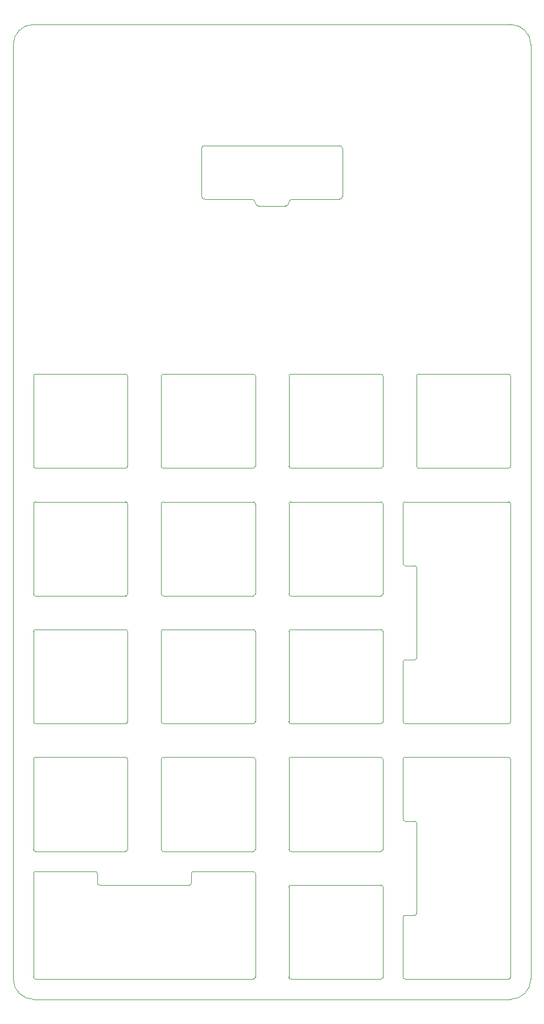
<source format=gbr>
%TF.GenerationSoftware,KiCad,Pcbnew,8.0.1*%
%TF.CreationDate,2024-05-06T20:23:12+09:00*%
%TF.ProjectId,Calciumor_SwitchCover,43616c63-6975-46d6-9f72-5f5377697463,rev?*%
%TF.SameCoordinates,Original*%
%TF.FileFunction,Profile,NP*%
%FSLAX46Y46*%
G04 Gerber Fmt 4.6, Leading zero omitted, Abs format (unit mm)*
G04 Created by KiCad (PCBNEW 8.0.1) date 2024-05-06 20:23:12*
%MOMM*%
%LPD*%
G01*
G04 APERTURE LIST*
%TA.AperFunction,Profile*%
%ADD10C,0.100000*%
%TD*%
%TA.AperFunction,Profile*%
%ADD11C,0.050000*%
%TD*%
G04 APERTURE END LIST*
D10*
X73000000Y-180000000D02*
X144000000Y-180000000D01*
X147000000Y-177000000D02*
G75*
G02*
X144000000Y-180000000I-3000000J0D01*
G01*
X106500000Y-62000000D02*
X110500000Y-62000000D01*
X106500000Y-62000000D02*
G75*
G02*
X106000000Y-61500000I0J500000D01*
G01*
X118500000Y-53000000D02*
G75*
G02*
X119000000Y-53500000I0J-500000D01*
G01*
X70000000Y-38000000D02*
X70000000Y-177000000D01*
X119000000Y-60500000D02*
G75*
G02*
X118500000Y-61000000I-500000J0D01*
G01*
X105500000Y-61000000D02*
G75*
G02*
X106000000Y-61500000I0J-500000D01*
G01*
X111000000Y-61500000D02*
G75*
G02*
X110500000Y-62000000I-500000J0D01*
G01*
X98500000Y-61000000D02*
X105500000Y-61000000D01*
X118500000Y-53000000D02*
X98500000Y-53000000D01*
X111000000Y-61500000D02*
G75*
G02*
X111500000Y-61000000I500000J0D01*
G01*
X147000000Y-177000000D02*
X147000000Y-38000000D01*
X144000000Y-35000000D02*
G75*
G02*
X147000000Y-38000000I0J-3000000D01*
G01*
X73000000Y-180000000D02*
G75*
G02*
X70000000Y-177000000I0J3000000D01*
G01*
X119000000Y-60500000D02*
X119000000Y-53500000D01*
X98000000Y-53500000D02*
G75*
G02*
X98500000Y-53000000I500000J0D01*
G01*
X70000000Y-38000000D02*
G75*
G02*
X73000000Y-35000000I3000000J0D01*
G01*
X98000000Y-53500000D02*
X98000000Y-60500000D01*
X98500000Y-61000000D02*
G75*
G02*
X98000000Y-60500000I0J500000D01*
G01*
X118500000Y-61000000D02*
X111500000Y-61000000D01*
X144000000Y-35000000D02*
X73000000Y-35000000D01*
D11*
%TO.C,H13*%
X92000000Y-157700000D02*
X92000000Y-144300000D01*
X92300000Y-144000000D02*
X105700000Y-144000000D01*
X105700000Y-158000000D02*
X92300000Y-158000000D01*
X106000000Y-144300000D02*
X106000000Y-157700000D01*
X92000000Y-144300000D02*
G75*
G02*
X92300000Y-144000000I300000J0D01*
G01*
X92300000Y-158000000D02*
G75*
G02*
X92000000Y-157700000I0J300000D01*
G01*
X105700000Y-144000000D02*
G75*
G02*
X106000000Y-144300000I0J-300000D01*
G01*
X106000000Y-157700000D02*
G75*
G02*
X105700000Y-158000000I-300000J0D01*
G01*
%TO.C,H2*%
X92000000Y-100700000D02*
X92000000Y-87300000D01*
X92300000Y-87000000D02*
X105700000Y-87000000D01*
X105700000Y-101000000D02*
X92300000Y-101000000D01*
X106000000Y-87300000D02*
X106000000Y-100700000D01*
X92000000Y-87300000D02*
G75*
G02*
X92300000Y-87000000I300000J0D01*
G01*
X92300000Y-101000000D02*
G75*
G02*
X92000000Y-100700000I0J300000D01*
G01*
X105700000Y-87000000D02*
G75*
G02*
X106000000Y-87300000I0J-300000D01*
G01*
X106000000Y-100700000D02*
G75*
G02*
X105700000Y-101000000I-300000J0D01*
G01*
%TO.C,H3*%
X111000000Y-100700000D02*
X111000000Y-87300000D01*
X111300000Y-87000000D02*
X124700000Y-87000000D01*
X124700000Y-101000000D02*
X111300000Y-101000000D01*
X125000000Y-87300000D02*
X125000000Y-100700000D01*
X111000000Y-87300000D02*
G75*
G02*
X111300000Y-87000000I300000J0D01*
G01*
X111300000Y-101000000D02*
G75*
G02*
X111000000Y-100700000I0J300000D01*
G01*
X124700000Y-87000000D02*
G75*
G02*
X125000000Y-87300000I0J-300000D01*
G01*
X125000000Y-100700000D02*
G75*
G02*
X124700000Y-101000000I-300000J0D01*
G01*
%TO.C,H8*%
X128000000Y-106300000D02*
X128000000Y-115200000D01*
X128000000Y-138700000D02*
X128000000Y-129800000D01*
X128300000Y-106000000D02*
X143700000Y-106000000D01*
X128300000Y-115500000D02*
X129700000Y-115500000D01*
X128300000Y-129500000D02*
X129700000Y-129500000D01*
X130000000Y-129200000D02*
X130000000Y-115800000D01*
X143700000Y-139000000D02*
X128300000Y-139000000D01*
X144000000Y-106300000D02*
X144000000Y-138700000D01*
X128000000Y-106300000D02*
G75*
G02*
X128300000Y-106000000I300000J0D01*
G01*
X128000000Y-129800000D02*
G75*
G02*
X128300000Y-129500000I300000J0D01*
G01*
X128300000Y-115500000D02*
G75*
G02*
X128000000Y-115200000I0J300000D01*
G01*
X128300000Y-139000000D02*
G75*
G02*
X128000000Y-138700000I0J300000D01*
G01*
X129700000Y-115500000D02*
G75*
G02*
X130000000Y-115800000I0J-300000D01*
G01*
X130000000Y-129200000D02*
G75*
G02*
X129700000Y-129500000I-300000J0D01*
G01*
X143700000Y-106000000D02*
G75*
G02*
X144000000Y-106300000I0J-300000D01*
G01*
X144000000Y-138700000D02*
G75*
G02*
X143700000Y-139000000I-300000J0D01*
G01*
%TO.C,H16*%
X73000000Y-176700000D02*
X73000000Y-161300000D01*
X73300000Y-161000000D02*
X82200000Y-161000000D01*
X82500000Y-161300000D02*
X82500000Y-162700000D01*
X82800000Y-163000000D02*
X96200000Y-163000000D01*
X96500000Y-161300000D02*
X96500000Y-162700000D01*
X105700000Y-161000000D02*
X96800000Y-161000000D01*
X105700000Y-177000000D02*
X73300000Y-177000000D01*
X106000000Y-161300000D02*
X106000000Y-176700000D01*
X73000000Y-161300000D02*
G75*
G02*
X73300000Y-161000000I300000J0D01*
G01*
X73300000Y-177000000D02*
G75*
G02*
X73000000Y-176700000I0J300000D01*
G01*
X82200000Y-161000000D02*
G75*
G02*
X82500000Y-161300000I0J-300000D01*
G01*
X82800000Y-163000000D02*
G75*
G02*
X82500000Y-162700000I0J300000D01*
G01*
X96500000Y-161300000D02*
G75*
G02*
X96800000Y-161000000I300000J0D01*
G01*
X96500000Y-162700000D02*
G75*
G02*
X96200000Y-163000000I-300000J0D01*
G01*
X105700000Y-161000000D02*
G75*
G02*
X106000000Y-161300000I0J-300000D01*
G01*
X106000000Y-176700000D02*
G75*
G02*
X105700000Y-177000000I-300000J0D01*
G01*
%TO.C,H17*%
X111000000Y-176700000D02*
X111000000Y-163300000D01*
X111300000Y-163000000D02*
X124700000Y-163000000D01*
X124700000Y-177000000D02*
X111300000Y-177000000D01*
X125000000Y-163300000D02*
X125000000Y-176700000D01*
X111000000Y-163300000D02*
G75*
G02*
X111300000Y-163000000I300000J0D01*
G01*
X111300000Y-177000000D02*
G75*
G02*
X111000000Y-176700000I0J300000D01*
G01*
X124700000Y-163000000D02*
G75*
G02*
X125000000Y-163300000I0J-300000D01*
G01*
X125000000Y-176700000D02*
G75*
G02*
X124700000Y-177000000I-300000J0D01*
G01*
%TO.C,H1*%
X73000000Y-100700000D02*
X73000000Y-87300000D01*
X73300000Y-87000000D02*
X86700000Y-87000000D01*
X86700000Y-101000000D02*
X73300000Y-101000000D01*
X87000000Y-87300000D02*
X87000000Y-100700000D01*
X73000000Y-87300000D02*
G75*
G02*
X73300000Y-87000000I300000J0D01*
G01*
X73300000Y-101000000D02*
G75*
G02*
X73000000Y-100700000I0J300000D01*
G01*
X86700000Y-87000000D02*
G75*
G02*
X87000000Y-87300000I0J-300000D01*
G01*
X87000000Y-100700000D02*
G75*
G02*
X86700000Y-101000000I-300000J0D01*
G01*
%TO.C,H5*%
X73000000Y-119700000D02*
X73000000Y-106300000D01*
X73300000Y-106000000D02*
X86700000Y-106000000D01*
X86700000Y-120000000D02*
X73300000Y-120000000D01*
X87000000Y-106300000D02*
X87000000Y-119700000D01*
X73000000Y-106300000D02*
G75*
G02*
X73300000Y-106000000I300000J0D01*
G01*
X73300000Y-120000000D02*
G75*
G02*
X73000000Y-119700000I0J300000D01*
G01*
X86700000Y-106000000D02*
G75*
G02*
X87000000Y-106300000I0J-300000D01*
G01*
X87000000Y-119700000D02*
G75*
G02*
X86700000Y-120000000I-300000J0D01*
G01*
%TO.C,H12*%
X73000000Y-157700000D02*
X73000000Y-144300000D01*
X73300000Y-144000000D02*
X86700000Y-144000000D01*
X86700000Y-158000000D02*
X73300000Y-158000000D01*
X87000000Y-144300000D02*
X87000000Y-157700000D01*
X73000000Y-144300000D02*
G75*
G02*
X73300000Y-144000000I300000J0D01*
G01*
X73300000Y-158000000D02*
G75*
G02*
X73000000Y-157700000I0J300000D01*
G01*
X86700000Y-144000000D02*
G75*
G02*
X87000000Y-144300000I0J-300000D01*
G01*
X87000000Y-157700000D02*
G75*
G02*
X86700000Y-158000000I-300000J0D01*
G01*
%TO.C,H7*%
X111000000Y-119700000D02*
X111000000Y-106300000D01*
X111300000Y-106000000D02*
X124700000Y-106000000D01*
X124700000Y-120000000D02*
X111300000Y-120000000D01*
X125000000Y-106300000D02*
X125000000Y-119700000D01*
X111000000Y-106300000D02*
G75*
G02*
X111300000Y-106000000I300000J0D01*
G01*
X111300000Y-120000000D02*
G75*
G02*
X111000000Y-119700000I0J300000D01*
G01*
X124700000Y-106000000D02*
G75*
G02*
X125000000Y-106300000I0J-300000D01*
G01*
X125000000Y-119700000D02*
G75*
G02*
X124700000Y-120000000I-300000J0D01*
G01*
%TO.C,H15*%
X128000000Y-144300000D02*
X128000000Y-153200000D01*
X128000000Y-176700000D02*
X128000000Y-167800000D01*
X128300000Y-144000000D02*
X143700000Y-144000000D01*
X128300000Y-153500000D02*
X129700000Y-153500000D01*
X128300000Y-167500000D02*
X129700000Y-167500000D01*
X130000000Y-167200000D02*
X130000000Y-153800000D01*
X143700000Y-177000000D02*
X128300000Y-177000000D01*
X144000000Y-144300000D02*
X144000000Y-176700000D01*
X128000000Y-144300000D02*
G75*
G02*
X128300000Y-144000000I300000J0D01*
G01*
X128000000Y-167800000D02*
G75*
G02*
X128300000Y-167500000I300000J0D01*
G01*
X128300000Y-153500000D02*
G75*
G02*
X128000000Y-153200000I0J300000D01*
G01*
X128300000Y-177000000D02*
G75*
G02*
X128000000Y-176700000I0J300000D01*
G01*
X129700000Y-153500000D02*
G75*
G02*
X130000000Y-153800000I0J-300000D01*
G01*
X130000000Y-167200000D02*
G75*
G02*
X129700000Y-167500000I-300000J0D01*
G01*
X143700000Y-144000000D02*
G75*
G02*
X144000000Y-144300000I0J-300000D01*
G01*
X144000000Y-176700000D02*
G75*
G02*
X143700000Y-177000000I-300000J0D01*
G01*
%TO.C,H14*%
X111000000Y-157700000D02*
X111000000Y-144300000D01*
X111300000Y-144000000D02*
X124700000Y-144000000D01*
X124700000Y-158000000D02*
X111300000Y-158000000D01*
X125000000Y-144300000D02*
X125000000Y-157700000D01*
X111000000Y-144300000D02*
G75*
G02*
X111300000Y-144000000I300000J0D01*
G01*
X111300000Y-158000000D02*
G75*
G02*
X111000000Y-157700000I0J300000D01*
G01*
X124700000Y-144000000D02*
G75*
G02*
X125000000Y-144300000I0J-300000D01*
G01*
X125000000Y-157700000D02*
G75*
G02*
X124700000Y-158000000I-300000J0D01*
G01*
%TO.C,H9*%
X73000000Y-138700000D02*
X73000000Y-125300000D01*
X73300000Y-125000000D02*
X86700000Y-125000000D01*
X86700000Y-139000000D02*
X73300000Y-139000000D01*
X87000000Y-125300000D02*
X87000000Y-138700000D01*
X73000000Y-125300000D02*
G75*
G02*
X73300000Y-125000000I300000J0D01*
G01*
X73300000Y-139000000D02*
G75*
G02*
X73000000Y-138700000I0J300000D01*
G01*
X86700000Y-125000000D02*
G75*
G02*
X87000000Y-125300000I0J-300000D01*
G01*
X87000000Y-138700000D02*
G75*
G02*
X86700000Y-139000000I-300000J0D01*
G01*
%TO.C,H4*%
X130000000Y-100700000D02*
X130000000Y-87300000D01*
X130300000Y-87000000D02*
X143700000Y-87000000D01*
X143700000Y-101000000D02*
X130300000Y-101000000D01*
X144000000Y-87300000D02*
X144000000Y-100700000D01*
X130000000Y-87300000D02*
G75*
G02*
X130300000Y-87000000I300000J0D01*
G01*
X130300000Y-101000000D02*
G75*
G02*
X130000000Y-100700000I0J300000D01*
G01*
X143700000Y-87000000D02*
G75*
G02*
X144000000Y-87300000I0J-300000D01*
G01*
X144000000Y-100700000D02*
G75*
G02*
X143700000Y-101000000I-300000J0D01*
G01*
%TO.C,H6*%
X92000000Y-119700000D02*
X92000000Y-106300000D01*
X92300000Y-106000000D02*
X105700000Y-106000000D01*
X105700000Y-120000000D02*
X92300000Y-120000000D01*
X106000000Y-106300000D02*
X106000000Y-119700000D01*
X92000000Y-106300000D02*
G75*
G02*
X92300000Y-106000000I300000J0D01*
G01*
X92300000Y-120000000D02*
G75*
G02*
X92000000Y-119700000I0J300000D01*
G01*
X105700000Y-106000000D02*
G75*
G02*
X106000000Y-106300000I0J-300000D01*
G01*
X106000000Y-119700000D02*
G75*
G02*
X105700000Y-120000000I-300000J0D01*
G01*
%TO.C,H10*%
X92000000Y-138700000D02*
X92000000Y-125300000D01*
X92300000Y-125000000D02*
X105700000Y-125000000D01*
X105700000Y-139000000D02*
X92300000Y-139000000D01*
X106000000Y-125300000D02*
X106000000Y-138700000D01*
X92000000Y-125300000D02*
G75*
G02*
X92300000Y-125000000I300000J0D01*
G01*
X92300000Y-139000000D02*
G75*
G02*
X92000000Y-138700000I0J300000D01*
G01*
X105700000Y-125000000D02*
G75*
G02*
X106000000Y-125300000I0J-300000D01*
G01*
X106000000Y-138700000D02*
G75*
G02*
X105700000Y-139000000I-300000J0D01*
G01*
%TO.C,H11*%
X111000000Y-138700000D02*
X111000000Y-125300000D01*
X111300000Y-125000000D02*
X124700000Y-125000000D01*
X124700000Y-139000000D02*
X111300000Y-139000000D01*
X125000000Y-125300000D02*
X125000000Y-138700000D01*
X111000000Y-125300000D02*
G75*
G02*
X111300000Y-125000000I300000J0D01*
G01*
X111300000Y-139000000D02*
G75*
G02*
X111000000Y-138700000I0J300000D01*
G01*
X124700000Y-125000000D02*
G75*
G02*
X125000000Y-125300000I0J-300000D01*
G01*
X125000000Y-138700000D02*
G75*
G02*
X124700000Y-139000000I-300000J0D01*
G01*
%TD*%
M02*

</source>
